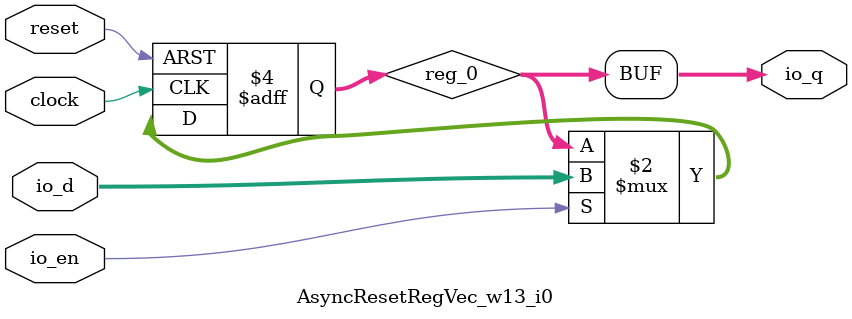
<source format=sv>
`ifndef RANDOMIZE
  `ifdef RANDOMIZE_REG_INIT
    `define RANDOMIZE
  `endif // RANDOMIZE_REG_INIT
`endif // not def RANDOMIZE
`ifndef RANDOMIZE
  `ifdef RANDOMIZE_MEM_INIT
    `define RANDOMIZE
  `endif // RANDOMIZE_MEM_INIT
`endif // not def RANDOMIZE

`ifndef RANDOM
  `define RANDOM $random
`endif // not def RANDOM

// Users can define 'PRINTF_COND' to add an extra gate to prints.
`ifndef PRINTF_COND_
  `ifdef PRINTF_COND
    `define PRINTF_COND_ (`PRINTF_COND)
  `else  // PRINTF_COND
    `define PRINTF_COND_ 1
  `endif // PRINTF_COND
`endif // not def PRINTF_COND_

// Users can define 'ASSERT_VERBOSE_COND' to add an extra gate to assert error printing.
`ifndef ASSERT_VERBOSE_COND_
  `ifdef ASSERT_VERBOSE_COND
    `define ASSERT_VERBOSE_COND_ (`ASSERT_VERBOSE_COND)
  `else  // ASSERT_VERBOSE_COND
    `define ASSERT_VERBOSE_COND_ 1
  `endif // ASSERT_VERBOSE_COND
`endif // not def ASSERT_VERBOSE_COND_

// Users can define 'STOP_COND' to add an extra gate to stop conditions.
`ifndef STOP_COND_
  `ifdef STOP_COND
    `define STOP_COND_ (`STOP_COND)
  `else  // STOP_COND
    `define STOP_COND_ 1
  `endif // STOP_COND
`endif // not def STOP_COND_

// Users can define INIT_RANDOM as general code that gets injected into the
// initializer block for modules with registers.
`ifndef INIT_RANDOM
  `define INIT_RANDOM
`endif // not def INIT_RANDOM

// If using random initialization, you can also define RANDOMIZE_DELAY to
// customize the delay used, otherwise 0.002 is used.
`ifndef RANDOMIZE_DELAY
  `define RANDOMIZE_DELAY 0.002
`endif // not def RANDOMIZE_DELAY

// Define INIT_RANDOM_PROLOG_ for use in our modules below.
`ifndef INIT_RANDOM_PROLOG_
  `ifdef RANDOMIZE
    `ifdef VERILATOR
      `define INIT_RANDOM_PROLOG_ `INIT_RANDOM
    `else  // VERILATOR
      `define INIT_RANDOM_PROLOG_ `INIT_RANDOM #`RANDOMIZE_DELAY begin end
    `endif // VERILATOR
  `else  // RANDOMIZE
    `define INIT_RANDOM_PROLOG_
  `endif // RANDOMIZE
`endif // not def INIT_RANDOM_PROLOG_

module AsyncResetRegVec_w13_i0(
  input         clock,
                reset,
  input  [12:0] io_d,
  input         io_en,
  output [12:0] io_q
);

  reg [12:0] reg_0;	// @[AsyncResetReg.scala:63:50]
  always @(posedge clock or posedge reset) begin
    if (reset)
      reg_0 <= 13'h0;	// @[AsyncResetReg.scala:63:50]
    else if (io_en)
      reg_0 <= io_d;	// @[AsyncResetReg.scala:63:50]
  end // always @(posedge, posedge)
  `ifndef SYNTHESIS
    `ifdef FIRRTL_BEFORE_INITIAL
      `FIRRTL_BEFORE_INITIAL
    `endif // FIRRTL_BEFORE_INITIAL
    logic [31:0] _RANDOM_0;
    initial begin
      `ifdef INIT_RANDOM_PROLOG_
        `INIT_RANDOM_PROLOG_
      `endif // INIT_RANDOM_PROLOG_
      `ifdef RANDOMIZE_REG_INIT
        _RANDOM_0 = `RANDOM;
        reg_0 = _RANDOM_0[12:0];	// @[AsyncResetReg.scala:63:50]
      `endif // RANDOMIZE_REG_INIT
      `ifdef RANDOMIZE
        if (reset)
          reg_0 = 13'h0;	// @[AsyncResetReg.scala:63:50]
      `endif // RANDOMIZE
    end // initial
    `ifdef FIRRTL_AFTER_INITIAL
      `FIRRTL_AFTER_INITIAL
    `endif // FIRRTL_AFTER_INITIAL
  `endif // not def SYNTHESIS
  assign io_q = reg_0;	// @[AsyncResetReg.scala:63:50]
endmodule


</source>
